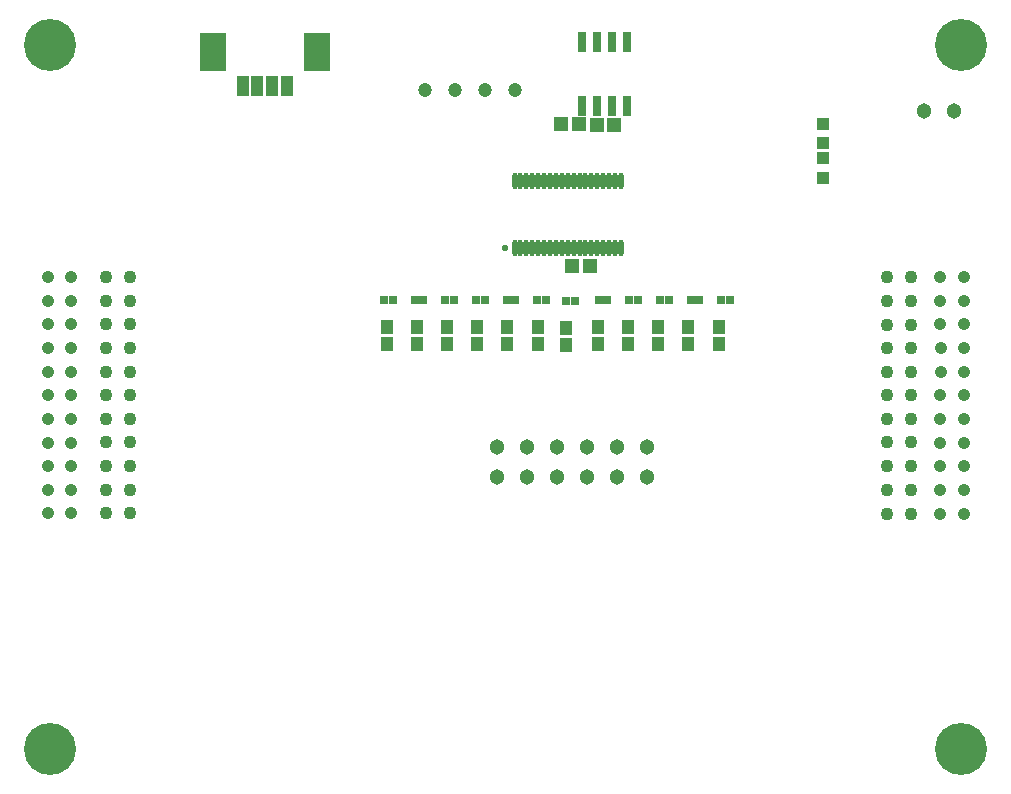
<source format=gts>
G04*
G04 #@! TF.GenerationSoftware,Altium Limited,Altium Designer,19.1.8 (144)*
G04*
G04 Layer_Color=8388736*
%FSLAX25Y25*%
%MOIN*%
G70*
G01*
G75*
%ADD25R,0.04343X0.04147*%
%ADD26R,0.03950X0.03950*%
%ADD27O,0.01784X0.05524*%
%ADD28R,0.03950X0.07099*%
%ADD29R,0.09068X0.12611*%
%ADD30R,0.04934X0.04737*%
%ADD31R,0.03162X0.06509*%
%ADD32R,0.03084X0.02847*%
%ADD33R,0.04343X0.04540*%
%ADD34C,0.04737*%
%ADD35C,0.03950*%
%ADD36C,0.04200*%
%ADD37C,0.17335*%
%ADD38C,0.05131*%
%ADD39C,0.04343*%
%ADD40C,0.02300*%
D25*
X295000Y227449D02*
D03*
Y233551D02*
D03*
D26*
Y215700D02*
D03*
Y222200D02*
D03*
D27*
X227667Y214675D02*
D03*
X225698D02*
D03*
X223730D02*
D03*
X221761D02*
D03*
X219793D02*
D03*
X217824D02*
D03*
X215856D02*
D03*
X213887D02*
D03*
X211919D02*
D03*
X209950D02*
D03*
X207982D02*
D03*
X206013D02*
D03*
X204045D02*
D03*
X202076D02*
D03*
X200108D02*
D03*
X198139D02*
D03*
X196171D02*
D03*
X194202D02*
D03*
X192234D02*
D03*
X227667Y192234D02*
D03*
X225698D02*
D03*
X223730D02*
D03*
X221761D02*
D03*
X219793D02*
D03*
X217824D02*
D03*
X215856D02*
D03*
X213887D02*
D03*
X211919D02*
D03*
X209950D02*
D03*
X207982D02*
D03*
X206013D02*
D03*
X204045D02*
D03*
X202076D02*
D03*
X200108D02*
D03*
X198139D02*
D03*
X196171D02*
D03*
X194202D02*
D03*
X192234D02*
D03*
D28*
X116343Y246267D02*
D03*
X111422D02*
D03*
X106501D02*
D03*
X101579D02*
D03*
D29*
X126383Y257684D02*
D03*
X91540D02*
D03*
D30*
X213714Y233575D02*
D03*
X207809D02*
D03*
X217261Y186275D02*
D03*
X211356D02*
D03*
X225514Y233475D02*
D03*
X219609D02*
D03*
D31*
X214561Y239647D02*
D03*
X219561D02*
D03*
X224561D02*
D03*
X229561D02*
D03*
X214561Y261104D02*
D03*
X219561D02*
D03*
X224561D02*
D03*
X229561D02*
D03*
D32*
X182273Y175075D02*
D03*
X179359D02*
D03*
X192491D02*
D03*
X189577D02*
D03*
X202709D02*
D03*
X199796D02*
D03*
X212327Y174675D02*
D03*
X209414D02*
D03*
X223145Y175075D02*
D03*
X220232D02*
D03*
X233364D02*
D03*
X230450D02*
D03*
X243582D02*
D03*
X240668D02*
D03*
X253800D02*
D03*
X250887D02*
D03*
X264018D02*
D03*
X261105D02*
D03*
X172055D02*
D03*
X169141D02*
D03*
X161836D02*
D03*
X158923D02*
D03*
X151618D02*
D03*
X148705D02*
D03*
D33*
X159625Y166030D02*
D03*
Y160321D02*
D03*
X260261Y166030D02*
D03*
Y160321D02*
D03*
X250198Y166030D02*
D03*
Y160321D02*
D03*
X240134Y166030D02*
D03*
Y160321D02*
D03*
X230070Y166030D02*
D03*
Y160321D02*
D03*
X220007Y166030D02*
D03*
Y160321D02*
D03*
X209343Y165629D02*
D03*
Y159921D02*
D03*
X199880Y166030D02*
D03*
Y160321D02*
D03*
X189816Y166030D02*
D03*
Y160321D02*
D03*
X179752Y166030D02*
D03*
Y160321D02*
D03*
X169689Y166030D02*
D03*
Y160321D02*
D03*
X149562Y166030D02*
D03*
Y160321D02*
D03*
D34*
X162500Y244900D02*
D03*
X172500D02*
D03*
X182500D02*
D03*
X192500D02*
D03*
D35*
D03*
D36*
X342000Y103700D02*
D03*
Y111600D02*
D03*
Y127400D02*
D03*
Y119500D02*
D03*
Y135300D02*
D03*
Y143200D02*
D03*
X342100Y159000D02*
D03*
Y151100D02*
D03*
X342000Y166900D02*
D03*
Y174800D02*
D03*
Y182500D02*
D03*
X334200D02*
D03*
Y174800D02*
D03*
Y166900D02*
D03*
X334300Y151100D02*
D03*
Y159000D02*
D03*
X334200Y143200D02*
D03*
Y135300D02*
D03*
Y119500D02*
D03*
Y127400D02*
D03*
Y111600D02*
D03*
Y103700D02*
D03*
X44500Y182719D02*
D03*
Y174819D02*
D03*
Y159019D02*
D03*
Y166919D02*
D03*
Y151119D02*
D03*
Y143219D02*
D03*
X44400Y127419D02*
D03*
Y135319D02*
D03*
X44500Y119519D02*
D03*
Y111619D02*
D03*
Y103919D02*
D03*
X36700D02*
D03*
Y111619D02*
D03*
Y119519D02*
D03*
X36600Y135319D02*
D03*
Y127419D02*
D03*
X36700Y143219D02*
D03*
Y151119D02*
D03*
Y166919D02*
D03*
Y159019D02*
D03*
Y174819D02*
D03*
Y182719D02*
D03*
D37*
X341100Y25300D02*
D03*
X37400D02*
D03*
Y260000D02*
D03*
X341100D02*
D03*
D38*
X328801Y238098D02*
D03*
X338801D02*
D03*
X236461Y125875D02*
D03*
Y115875D02*
D03*
X226461D02*
D03*
Y125875D02*
D03*
X216461D02*
D03*
Y115875D02*
D03*
X206461D02*
D03*
Y125875D02*
D03*
X196461D02*
D03*
Y115875D02*
D03*
X186461D02*
D03*
Y125875D02*
D03*
D39*
X324400Y103800D02*
D03*
X316500D02*
D03*
Y111700D02*
D03*
X324400D02*
D03*
Y119500D02*
D03*
X316500D02*
D03*
Y127500D02*
D03*
X324400D02*
D03*
Y135300D02*
D03*
X316500D02*
D03*
Y143200D02*
D03*
X324400D02*
D03*
Y151000D02*
D03*
X316500D02*
D03*
Y158900D02*
D03*
X324400D02*
D03*
Y166800D02*
D03*
X316500D02*
D03*
Y174700D02*
D03*
X324400D02*
D03*
Y182600D02*
D03*
X316500D02*
D03*
X64100Y103900D02*
D03*
X56200D02*
D03*
Y111800D02*
D03*
X64100D02*
D03*
Y119600D02*
D03*
X56200D02*
D03*
Y127600D02*
D03*
X64100D02*
D03*
Y135400D02*
D03*
X56200D02*
D03*
Y143300D02*
D03*
X64100D02*
D03*
Y151100D02*
D03*
X56200D02*
D03*
Y159000D02*
D03*
X64100D02*
D03*
Y166900D02*
D03*
X56200D02*
D03*
Y174800D02*
D03*
X64100D02*
D03*
Y182700D02*
D03*
X56200D02*
D03*
D40*
X188961Y192275D02*
D03*
M02*

</source>
